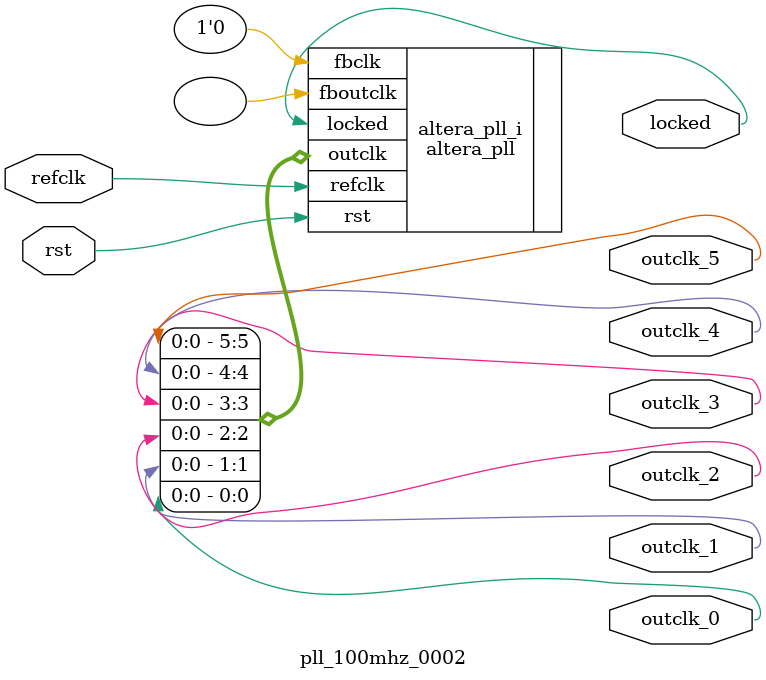
<source format=v>
`timescale 1ns/10ps
module  pll_100mhz_0002(

	// interface 'refclk'
	input wire refclk,

	// interface 'reset'
	input wire rst,

	// interface 'outclk0'
	output wire outclk_0,

	// interface 'outclk1'
	output wire outclk_1,

	// interface 'outclk2'
	output wire outclk_2,

	// interface 'outclk3'
	output wire outclk_3,

	// interface 'outclk4'
	output wire outclk_4,

	// interface 'outclk5'
	output wire outclk_5,

	// interface 'locked'
	output wire locked
);

	altera_pll #(
		.fractional_vco_multiplier("false"),
		.reference_clock_frequency("100.0 MHz"),
		.operation_mode("direct"),
		.number_of_clocks(6),
		.output_clock_frequency0("100.000000 MHz"),
		.phase_shift0("0 ps"),
		.duty_cycle0(50),
		.output_clock_frequency1("200.000000 MHz"),
		.phase_shift1("0 ps"),
		.duty_cycle1(50),
		.output_clock_frequency2("200.000000 MHz"),
		.phase_shift2("2500 ps"),
		.duty_cycle2(50),
		.output_clock_frequency3("100.000000 MHz"),
		.phase_shift3("2500 ps"),
		.duty_cycle3(50),
		.output_clock_frequency4("100.000000 MHz"),
		.phase_shift4("5000 ps"),
		.duty_cycle4(50),
		.output_clock_frequency5("100.000000 MHz"),
		.phase_shift5("7500 ps"),
		.duty_cycle5(50),
		.output_clock_frequency6("0 MHz"),
		.phase_shift6("0 ps"),
		.duty_cycle6(50),
		.output_clock_frequency7("0 MHz"),
		.phase_shift7("0 ps"),
		.duty_cycle7(50),
		.output_clock_frequency8("0 MHz"),
		.phase_shift8("0 ps"),
		.duty_cycle8(50),
		.output_clock_frequency9("0 MHz"),
		.phase_shift9("0 ps"),
		.duty_cycle9(50),
		.output_clock_frequency10("0 MHz"),
		.phase_shift10("0 ps"),
		.duty_cycle10(50),
		.output_clock_frequency11("0 MHz"),
		.phase_shift11("0 ps"),
		.duty_cycle11(50),
		.output_clock_frequency12("0 MHz"),
		.phase_shift12("0 ps"),
		.duty_cycle12(50),
		.output_clock_frequency13("0 MHz"),
		.phase_shift13("0 ps"),
		.duty_cycle13(50),
		.output_clock_frequency14("0 MHz"),
		.phase_shift14("0 ps"),
		.duty_cycle14(50),
		.output_clock_frequency15("0 MHz"),
		.phase_shift15("0 ps"),
		.duty_cycle15(50),
		.output_clock_frequency16("0 MHz"),
		.phase_shift16("0 ps"),
		.duty_cycle16(50),
		.output_clock_frequency17("0 MHz"),
		.phase_shift17("0 ps"),
		.duty_cycle17(50),
		.pll_type("General"),
		.pll_subtype("General")
	) altera_pll_i (
		.rst	(rst),
		.outclk	({outclk_5, outclk_4, outclk_3, outclk_2, outclk_1, outclk_0}),
		.locked	(locked),
		.fboutclk	( ),
		.fbclk	(1'b0),
		.refclk	(refclk)
	);
endmodule


</source>
